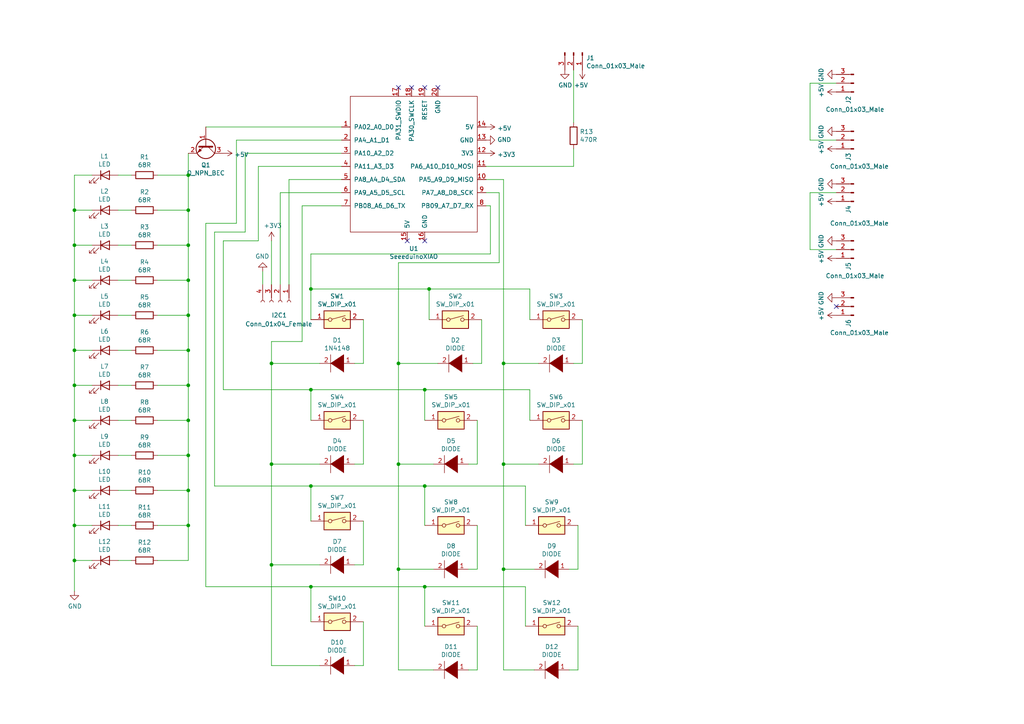
<source format=kicad_sch>
(kicad_sch (version 20211123) (generator eeschema)
  (paper "A4")
  (title_block (title "ANAVI Macro Pad 12") (date "2023-01-29") (rev "1.0") (company "ANAVI Technology Ltd."))
  (lib_symbols
    (symbol "Connector:Conn_01x03_Male" (pin_names (offset 1.016) hide)
      (property "Reference" "J" (at 0 5.08 0))
      (property "Value" "Conn_01x03_Male" (at 0 -5.08 0))
      (symbol "Conn_01x03_Male_1_1"
        (polyline (pts (xy 1.27 -2.54) (xy 0.8636 -2.54)) (stroke (width 0.1524)))
        (polyline (pts (xy 1.27 0) (xy 0.8636 0)) (stroke (width 0.1524)))
        (polyline (pts (xy 1.27 2.54) (xy 0.8636 2.54)) (stroke (width 0.1524)))
        (rectangle (start 0.8636 -2.413) (end 0 -2.667) (stroke (width 0.1524)) (fill (type outline)))
        (rectangle (start 0.8636 0.127) (end 0 -0.127) (stroke (width 0.1524)) (fill (type outline)))
        (rectangle (start 0.8636 2.667) (end 0 2.413) (stroke (width 0.1524)) (fill (type outline)))
        (pin passive line (at 5.08 2.54 180) (length 3.81) (name "Pin_1") (number "1"))
        (pin passive line (at 5.08 0 180) (length 3.81) (name "Pin_2") (number "2"))
        (pin passive line (at 5.08 -2.54 180) (length 3.81) (name "Pin_3") (number "3"))
      )
    )
    (symbol "Connector:Conn_01x04_Female" (pin_names (offset 1.016) hide)
      (property "Reference" "J" (at 0 5.08 0))
      (property "Value" "Conn_01x04_Female" (at 0 -7.62 0))
      (symbol "Conn_01x04_Female_1_1"
        (arc (start 0 -4.572) (mid -0.508 -5.08) (end 0 -5.588) (stroke (width 0.1524)))
        (arc (start 0 -2.032) (mid -0.508 -2.54) (end 0 -3.048) (stroke (width 0.1524)))
        (polyline (pts (xy -1.27 -5.08) (xy -0.508 -5.08)) (stroke (width 0.1524)))
        (polyline (pts (xy -1.27 -2.54) (xy -0.508 -2.54)) (stroke (width 0.1524)))
        (polyline (pts (xy -1.27 0) (xy -0.508 0)) (stroke (width 0.1524)))
        (polyline (pts (xy -1.27 2.54) (xy -0.508 2.54)) (stroke (width 0.1524)))
        (arc (start 0 0.508) (mid -0.508 0) (end 0 -0.508) (stroke (width 0.1524)))
        (arc (start 0 3.048) (mid -0.508 2.54) (end 0 2.032) (stroke (width 0.1524)))
        (pin passive line (at -5.08 2.54 0) (length 3.81) (name "Pin_1") (number "1"))
        (pin passive line (at -5.08 0 0) (length 3.81) (name "Pin_2") (number "2"))
        (pin passive line (at -5.08 -2.54 0) (length 3.81) (name "Pin_3") (number "3"))
        (pin passive line (at -5.08 -5.08 0) (length 3.81) (name "Pin_4") (number "4"))
      )
    )
    (symbol "Device:LED" (pin_numbers hide) (pin_names (offset 1.016) hide)
      (property "Reference" "D" (at 0 2.54 0))
      (property "Value" "LED" (at 0 -2.54 0))
      (symbol "LED_0_1"
        (polyline (pts (xy -1.27 -1.27) (xy -1.27 1.27)) (stroke (width 0.254)))
        (polyline (pts (xy -1.27 0) (xy 1.27 0)))
        (polyline (pts (xy 1.27 -1.27) (xy 1.27 1.27) (xy -1.27 0) (xy 1.27 -1.27)) (stroke (width 0.254)))
        (polyline (pts (xy -3.048 -0.762) (xy -4.572 -2.286) (xy -3.81 -2.286) (xy -4.572 -2.286) (xy -4.572 -1.524)))
        (polyline (pts (xy -1.778 -0.762) (xy -3.302 -2.286) (xy -2.54 -2.286) (xy -3.302 -2.286) (xy -3.302 -1.524)))
      )
      (symbol "LED_1_1"
        (pin passive line (at -3.81 0 0) (length 2.54) (name "K") (number "1"))
        (pin passive line (at 3.81 0 180) (length 2.54) (name "A") (number "2"))
      )
    )
    (symbol "Device:Q_NPN_BEC" (pin_names (offset 0) hide)
      (property "Reference" "Q" (at 5.08 1.27 0))
      (property "Value" "Q_NPN_BEC" (at 5.08 -1.27 0))
      (symbol "Q_NPN_BEC_0_1"
        (polyline (pts (xy 0.635 0.635) (xy 2.54 2.54)))
        (polyline (pts (xy 0.635 -0.635) (xy 2.54 -2.54) (xy 2.54 -2.54)))
        (polyline (pts (xy 0.635 1.905) (xy 0.635 -1.905) (xy 0.635 -1.905)) (stroke (width 0.508)))
        (polyline (pts (xy 1.27 -1.778) (xy 1.778 -1.27) (xy 2.286 -2.286) (xy 1.27 -1.778) (xy 1.27 -1.778)) (fill (type outline)))
        (circle (center 1.27 0) (radius 2.8194) (stroke (width 0.254)))
      )
      (symbol "Q_NPN_BEC_1_1"
        (pin input line (at -5.08 0 0) (length 5.715) (name "B") (number "1"))
        (pin passive line (at 2.54 -5.08 90) (length 2.54) (name "E") (number "2"))
        (pin passive line (at 2.54 5.08 270) (length 2.54) (name "C") (number "3"))
      )
    )
    (symbol "Device:R" (pin_numbers hide) (pin_names (offset 0))
      (property "Reference" "R" (at 2.032 0 90))
      (property "Value" "R" (at 0 0 90))
      (symbol "R_0_1"
        (rectangle (start -1.016 -2.54) (end 1.016 2.54) (stroke (width 0.254)))
      )
      (symbol "R_1_1"
        (pin passive line (at 0 3.81 270) (length 1.27) (name "~") (number "1"))
        (pin passive line (at 0 -3.81 90) (length 1.27) (name "~") (number "2"))
      )
    )
    (symbol "Seeeduino_XIAO:SeeeduinoXIAO" (pin_names (offset 1.016))
      (property "Reference" "U" (at -19.05 22.86 0))
      (property "Value" "SeeeduinoXIAO" (at -12.7 21.59 0))
      (symbol "SeeeduinoXIAO_0_1"
        (rectangle (start -19.05 20.32) (end 17.78 -19.05))
      )
      (symbol "SeeeduinoXIAO_1_1"
        (pin unspecified line (at -21.59 11.43 0) (length 2.54) (name "PA02_A0_D0") (number "1"))
        (pin unspecified line (at 20.32 -3.81 180) (length 2.54) (name "PA5_A9_D9_MISO") (number "10"))
        (pin unspecified line (at 20.32 0 180) (length 2.54) (name "PA6_A10_D10_MOSI") (number "11"))
        (pin unspecified line (at 20.32 3.81 180) (length 2.54) (name "3V3") (number "12"))
        (pin unspecified line (at 20.32 7.62 180) (length 2.54) (name "GND") (number "13"))
        (pin unspecified line (at 20.32 11.43 180) (length 2.54) (name "5V") (number "14"))
        (pin input line (at -2.54 -21.59 90) (length 2.54) (name "5V") (number "15"))
        (pin input line (at 2.54 -21.59 90) (length 2.54) (name "GND") (number "16"))
        (pin input line (at -5.08 22.86 270) (length 2.54) (name "PA31_SWDIO") (number "17"))
        (pin input line (at -1.27 22.86 270) (length 2.54) (name "PA30_SWCLK") (number "18"))
        (pin input line (at 2.54 22.86 270) (length 2.54) (name "RESET") (number "19"))
        (pin unspecified line (at -21.59 7.62 0) (length 2.54) (name "PA4_A1_D1") (number "2"))
        (pin input line (at 6.35 22.86 270) (length 2.54) (name "GND") (number "20"))
        (pin unspecified line (at -21.59 3.81 0) (length 2.54) (name "PA10_A2_D2") (number "3"))
        (pin unspecified line (at -21.59 0 0) (length 2.54) (name "PA11_A3_D3") (number "4"))
        (pin unspecified line (at -21.59 -3.81 0) (length 2.54) (name "PA8_A4_D4_SDA") (number "5"))
        (pin unspecified line (at -21.59 -7.62 0) (length 2.54) (name "PA9_A5_D5_SCL") (number "6"))
        (pin unspecified line (at -21.59 -11.43 0) (length 2.54) (name "PB08_A6_D6_TX") (number "7"))
        (pin unspecified line (at 20.32 -11.43 180) (length 2.54) (name "PB09_A7_D7_RX") (number "8"))
        (pin unspecified line (at 20.32 -7.62 180) (length 2.54) (name "PA7_A8_D8_SCK") (number "9"))
      )
    )
    (symbol "Switch:SW_DIP_x01" (pin_names (offset 0) hide)
      (property "Reference" "SW" (at 0 3.81 0))
      (property "Value" "SW_DIP_x01" (at 0 -3.81 0))
      (symbol "SW_DIP_x01_0_0"
        (circle (center -2.032 0) (radius 0.508))
        (polyline (pts (xy -1.524 0.127) (xy 2.3622 1.1684)))
        (circle (center 2.032 0) (radius 0.508))
      )
      (symbol "SW_DIP_x01_0_1"
        (rectangle (start -3.81 2.54) (end 3.81 -2.54) (stroke (width 0.254)) (fill (type background)))
      )
      (symbol "SW_DIP_x01_1_1"
        (pin passive line (at -7.62 0 0) (length 5.08) (name "~") (number "1"))
        (pin passive line (at 7.62 0 180) (length 5.08) (name "~") (number "2"))
      )
    )
    (symbol "power:+3.3V" (power) (pin_names (offset 0))
      (property "Value" "+3.3V" (at 0 3.556 0))
      (symbol "+3.3V_0_1"
        (polyline (pts (xy -0.762 1.27) (xy 0 2.54)))
        (polyline (pts (xy 0 0) (xy 0 2.54)))
        (polyline (pts (xy 0 2.54) (xy 0.762 1.27)))
      )
      (symbol "+3.3V_1_1"
        (pin power_in line (at 0 0 90) (length 0) hide (name "+3V3") (number "1"))
      )
    )
    (symbol "power:+5V" (power) (pin_names (offset 0))
      (property "Value" "+5V" (at 0 3.556 0))
      (symbol "+5V_0_1"
        (polyline (pts (xy -0.762 1.27) (xy 0 2.54)))
        (polyline (pts (xy 0 0) (xy 0 2.54)))
        (polyline (pts (xy 0 2.54) (xy 0.762 1.27)))
      )
      (symbol "+5V_1_1"
        (pin power_in line (at 0 0 90) (length 0) hide (name "+5V") (number "1"))
      )
    )
    (symbol "power:GND" (power) (pin_names (offset 0))
      (property "Value" "GND" (at 0 -3.81 0))
      (symbol "GND_0_1"
        (polyline (pts (xy 0 0) (xy 0 -1.27) (xy 1.27 -1.27) (xy 0 -2.54) (xy -1.27 -1.27) (xy 0 -1.27)))
      )
      (symbol "GND_1_1"
        (pin power_in line (at 0 0 270) (length 0) hide (name "GND") (number "1"))
      )
    )
    (symbol "pspice:DIODE" (pin_names (offset 1.016) hide)
      (property "Reference" "D" (at 0 3.81 0))
      (property "Value" "DIODE" (at 0 -4.445 0))
      (symbol "DIODE_0_1"
        (polyline (pts (xy 1.905 2.54) (xy 1.905 -2.54)))
        (polyline (pts (xy -1.905 2.54) (xy -1.905 -2.54) (xy 1.905 0)) (fill (type outline)))
      )
      (symbol "DIODE_1_1"
        (pin input line (at -5.08 0 0) (length 3.81) (name "K") (number "1"))
        (pin input line (at 5.08 0 180) (length 3.81) (name "A") (number "2"))
      )
    )
  )
  (junction (at 123.19 140.97))
  (junction (at 123.19 113.03))
  (junction (at 54.61 132.08))
  (junction (at 54.61 111.76))
  (junction (at 54.61 60.96))
  (junction (at 146.05 134.62))
  (junction (at 115.57 165.1))
  (junction (at 21.59 81.28))
  (junction (at 21.59 132.08))
  (junction (at 54.61 152.4))
  (junction (at 54.61 91.44))
  (junction (at 115.57 105.41))
  (junction (at 21.59 121.92))
  (junction (at 124.46 83.82))
  (junction (at 54.61 142.24))
  (junction (at 21.59 111.76))
  (junction (at 21.59 91.44))
  (junction (at 90.17 170.18))
  (junction (at 146.05 105.41))
  (junction (at 78.74 134.62))
  (junction (at 90.17 83.82))
  (junction (at 54.61 50.8))
  (junction (at 21.59 71.12))
  (junction (at 21.59 152.4))
  (junction (at 90.17 140.97))
  (junction (at 54.61 71.12))
  (junction (at 21.59 162.56))
  (junction (at 115.57 134.62))
  (junction (at 21.59 60.96))
  (junction (at 54.61 121.92))
  (junction (at 21.59 101.6))
  (junction (at 90.17 113.03))
  (junction (at 123.19 170.18))
  (junction (at 54.61 101.6))
  (junction (at 146.05 165.1))
  (junction (at 78.74 105.41))
  (junction (at 54.61 81.28))
  (junction (at 21.59 142.24))
  (junction (at 78.74 163.83))
  (no_connect (at 242.57 88.9))
  (no_connect (at 123.19 69.85))
  (no_connect (at 118.11 69.85))
  (no_connect (at 123.19 25.4))
  (no_connect (at 119.38 25.4))
  (no_connect (at 115.57 25.4))
  (no_connect (at 127 25.4))
  (wire (pts (xy 167.64 152.4) (xy 167.64 165.1)))
  (wire (pts (xy 26.67 132.08) (xy 21.59 132.08)))
  (wire (pts (xy 154.94 194.31) (xy 146.05 194.31)))
  (wire (pts (xy 105.41 193.04) (xy 102.87 193.04)))
  (wire (pts (xy 139.7 105.41) (xy 137.16 105.41)))
  (wire (pts (xy 21.59 152.4) (xy 21.59 162.56)))
  (wire (pts (xy 45.72 81.28) (xy 54.61 81.28)))
  (wire (pts (xy 242.57 24.13) (xy 234.95 24.13)))
  (wire (pts (xy 168.91 121.92) (xy 168.91 134.62)))
  (wire (pts (xy 90.17 83.82) (xy 90.17 73.66)))
  (wire (pts (xy 166.37 48.26) (xy 166.37 43.18)))
  (wire (pts (xy 26.67 121.92) (xy 21.59 121.92)))
  (wire (pts (xy 38.1 162.56) (xy 34.29 162.56)))
  (wire (pts (xy 90.17 151.13) (xy 90.17 140.97)))
  (wire (pts (xy 26.67 111.76) (xy 21.59 111.76)))
  (wire (pts (xy 54.61 50.8) (xy 54.61 60.96)))
  (wire (pts (xy 26.67 81.28) (xy 21.59 81.28)))
  (wire (pts (xy 68.58 64.77) (xy 59.69 64.77)))
  (wire (pts (xy 54.61 152.4) (xy 54.61 162.56)))
  (wire (pts (xy 21.59 121.92) (xy 21.59 132.08)))
  (wire (pts (xy 90.17 140.97) (xy 123.19 140.97)))
  (wire (pts (xy 152.4 170.18) (xy 152.4 181.61)))
  (wire (pts (xy 54.61 111.76) (xy 54.61 121.92)))
  (wire (pts (xy 115.57 134.62) (xy 115.57 165.1)))
  (wire (pts (xy 21.59 142.24) (xy 21.59 152.4)))
  (wire (pts (xy 146.05 105.41) (xy 146.05 134.62)))
  (wire (pts (xy 90.17 73.66) (xy 142.24 73.66)))
  (wire (pts (xy 78.74 82.55) (xy 78.74 69.85)))
  (wire (pts (xy 124.46 83.82) (xy 124.46 92.71)))
  (wire (pts (xy 81.28 55.88) (xy 81.28 82.55)))
  (wire (pts (xy 81.28 55.88) (xy 99.06 55.88)))
  (wire (pts (xy 62.23 140.97) (xy 62.23 67.31)))
  (wire (pts (xy 90.17 140.97) (xy 62.23 140.97)))
  (wire (pts (xy 115.57 105.41) (xy 115.57 134.62)))
  (wire (pts (xy 138.43 121.92) (xy 138.43 134.62)))
  (wire (pts (xy 26.67 71.12) (xy 21.59 71.12)))
  (wire (pts (xy 105.41 163.83) (xy 102.87 163.83)))
  (wire (pts (xy 34.29 50.8) (xy 38.1 50.8)))
  (wire (pts (xy 90.17 121.92) (xy 90.17 113.03)))
  (wire (pts (xy 34.29 81.28) (xy 38.1 81.28)))
  (wire (pts (xy 54.61 132.08) (xy 54.61 142.24)))
  (wire (pts (xy 99.06 36.83) (xy 59.69 36.83)))
  (wire (pts (xy 71.12 67.31) (xy 71.12 44.45)))
  (wire (pts (xy 78.74 105.41) (xy 78.74 134.62)))
  (wire (pts (xy 34.29 121.92) (xy 38.1 121.92)))
  (wire (pts (xy 34.29 111.76) (xy 38.1 111.76)))
  (wire (pts (xy 123.19 170.18) (xy 123.19 181.61)))
  (wire (pts (xy 68.58 40.64) (xy 99.06 40.64)))
  (wire (pts (xy 138.43 152.4) (xy 138.43 165.1)))
  (wire (pts (xy 105.41 151.13) (xy 105.41 163.83)))
  (wire (pts (xy 45.72 142.24) (xy 54.61 142.24)))
  (wire (pts (xy 45.72 50.8) (xy 54.61 50.8)))
  (wire (pts (xy 45.72 111.76) (xy 54.61 111.76)))
  (wire (pts (xy 90.17 113.03) (xy 123.19 113.03)))
  (wire (pts (xy 139.7 92.71) (xy 139.7 105.41)))
  (wire (pts (xy 59.69 170.18) (xy 90.17 170.18)))
  (wire (pts (xy 105.41 180.34) (xy 105.41 193.04)))
  (wire (pts (xy 34.29 142.24) (xy 38.1 142.24)))
  (wire (pts (xy 146.05 52.07) (xy 146.05 105.41)))
  (wire (pts (xy 154.94 165.1) (xy 146.05 165.1)))
  (wire (pts (xy 78.74 99.06) (xy 87.63 99.06)))
  (wire (pts (xy 34.29 60.96) (xy 38.1 60.96)))
  (wire (pts (xy 26.67 142.24) (xy 21.59 142.24)))
  (wire (pts (xy 123.19 140.97) (xy 152.4 140.97)))
  (wire (pts (xy 92.71 105.41) (xy 78.74 105.41)))
  (wire (pts (xy 54.61 44.45) (xy 54.61 50.8)))
  (wire (pts (xy 21.59 101.6) (xy 21.59 111.76)))
  (wire (pts (xy 26.67 101.6) (xy 21.59 101.6)))
  (wire (pts (xy 234.95 55.88) (xy 234.95 72.39)))
  (wire (pts (xy 62.23 67.31) (xy 71.12 67.31)))
  (wire (pts (xy 92.71 134.62) (xy 78.74 134.62)))
  (wire (pts (xy 54.61 142.24) (xy 54.61 152.4)))
  (wire (pts (xy 59.69 64.77) (xy 59.69 170.18)))
  (wire (pts (xy 34.29 91.44) (xy 38.1 91.44)))
  (wire (pts (xy 78.74 134.62) (xy 78.74 163.83)))
  (wire (pts (xy 54.61 71.12) (xy 54.61 81.28)))
  (wire (pts (xy 146.05 194.31) (xy 146.05 165.1)))
  (wire (pts (xy 105.41 105.41) (xy 102.87 105.41)))
  (wire (pts (xy 54.61 91.44) (xy 54.61 101.6)))
  (wire (pts (xy 142.24 59.69) (xy 140.97 59.69)))
  (wire (pts (xy 45.72 152.4) (xy 54.61 152.4)))
  (wire (pts (xy 144.78 55.88) (xy 140.97 55.88)))
  (wire (pts (xy 21.59 162.56) (xy 21.59 171.45)))
  (wire (pts (xy 168.91 134.62) (xy 166.37 134.62)))
  (wire (pts (xy 167.64 194.31) (xy 165.1 194.31)))
  (wire (pts (xy 123.19 170.18) (xy 152.4 170.18)))
  (wire (pts (xy 26.67 152.4) (xy 21.59 152.4)))
  (wire (pts (xy 26.67 162.56) (xy 21.59 162.56)))
  (wire (pts (xy 105.41 121.92) (xy 105.41 134.62)))
  (wire (pts (xy 92.71 193.04) (xy 78.74 193.04)))
  (wire (pts (xy 78.74 105.41) (xy 78.74 99.06)))
  (wire (pts (xy 54.61 121.92) (xy 54.61 132.08)))
  (wire (pts (xy 54.61 60.96) (xy 54.61 71.12)))
  (wire (pts (xy 90.17 83.82) (xy 124.46 83.82)))
  (wire (pts (xy 54.61 101.6) (xy 54.61 111.76)))
  (wire (pts (xy 167.64 165.1) (xy 165.1 165.1)))
  (wire (pts (xy 83.82 52.07) (xy 99.06 52.07)))
  (wire (pts (xy 140.97 48.26) (xy 166.37 48.26)))
  (wire (pts (xy 78.74 193.04) (xy 78.74 163.83)))
  (wire (pts (xy 38.1 71.12) (xy 34.29 71.12)))
  (wire (pts (xy 124.46 83.82) (xy 153.67 83.82)))
  (wire (pts (xy 64.77 113.03) (xy 90.17 113.03)))
  (wire (pts (xy 138.43 194.31) (xy 135.89 194.31)))
  (wire (pts (xy 142.24 73.66) (xy 142.24 59.69)))
  (wire (pts (xy 152.4 140.97) (xy 152.4 152.4)))
  (wire (pts (xy 45.72 101.6) (xy 54.61 101.6)))
  (wire (pts (xy 123.19 121.92) (xy 123.19 113.03)))
  (wire (pts (xy 127 105.41) (xy 115.57 105.41)))
  (wire (pts (xy 45.72 121.92) (xy 54.61 121.92)))
  (wire (pts (xy 87.63 59.69) (xy 87.63 99.06)))
  (wire (pts (xy 167.64 181.61) (xy 167.64 194.31)))
  (wire (pts (xy 166.37 20.32) (xy 166.37 35.56)))
  (wire (pts (xy 21.59 111.76) (xy 21.59 121.92)))
  (wire (pts (xy 105.41 134.62) (xy 102.87 134.62)))
  (wire (pts (xy 125.73 134.62) (xy 115.57 134.62)))
  (wire (pts (xy 168.91 92.71) (xy 168.91 105.41)))
  (wire (pts (xy 74.93 69.85) (xy 64.77 69.85)))
  (wire (pts (xy 115.57 76.2) (xy 115.57 105.41)))
  (wire (pts (xy 21.59 81.28) (xy 21.59 91.44)))
  (wire (pts (xy 153.67 83.82) (xy 153.67 92.71)))
  (wire (pts (xy 74.93 48.26) (xy 99.06 48.26)))
  (wire (pts (xy 21.59 60.96) (xy 21.59 71.12)))
  (wire (pts (xy 54.61 162.56) (xy 45.72 162.56)))
  (wire (pts (xy 71.12 44.45) (xy 99.06 44.45)))
  (wire (pts (xy 138.43 181.61) (xy 138.43 194.31)))
  (wire (pts (xy 156.21 105.41) (xy 146.05 105.41)))
  (wire (pts (xy 90.17 83.82) (xy 90.17 92.71)))
  (wire (pts (xy 138.43 165.1) (xy 135.89 165.1)))
  (wire (pts (xy 21.59 50.8) (xy 21.59 60.96)))
  (wire (pts (xy 146.05 134.62) (xy 146.05 165.1)))
  (wire (pts (xy 242.57 55.88) (xy 234.95 55.88)))
  (wire (pts (xy 68.58 40.64) (xy 68.58 64.77)))
  (wire (pts (xy 123.19 113.03) (xy 153.67 113.03)))
  (wire (pts (xy 78.74 163.83) (xy 92.71 163.83)))
  (wire (pts (xy 156.21 134.62) (xy 146.05 134.62)))
  (wire (pts (xy 64.77 69.85) (xy 64.77 113.03)))
  (wire (pts (xy 234.95 40.64) (xy 242.57 40.64)))
  (wire (pts (xy 140.97 52.07) (xy 146.05 52.07)))
  (wire (pts (xy 34.29 152.4) (xy 38.1 152.4)))
  (wire (pts (xy 38.1 132.08) (xy 34.29 132.08)))
  (wire (pts (xy 83.82 52.07) (xy 83.82 82.55)))
  (wire (pts (xy 105.41 92.71) (xy 105.41 105.41)))
  (wire (pts (xy 115.57 76.2) (xy 144.78 76.2)))
  (wire (pts (xy 34.29 101.6) (xy 38.1 101.6)))
  (wire (pts (xy 234.95 72.39) (xy 242.57 72.39)))
  (wire (pts (xy 21.59 91.44) (xy 21.59 101.6)))
  (wire (pts (xy 153.67 113.03) (xy 153.67 121.92)))
  (wire (pts (xy 45.72 91.44) (xy 54.61 91.44)))
  (wire (pts (xy 54.61 81.28) (xy 54.61 91.44)))
  (wire (pts (xy 45.72 71.12) (xy 54.61 71.12)))
  (wire (pts (xy 125.73 194.31) (xy 115.57 194.31)))
  (wire (pts (xy 54.61 132.08) (xy 45.72 132.08)))
  (wire (pts (xy 115.57 165.1) (xy 125.73 165.1)))
  (wire (pts (xy 74.93 48.26) (xy 74.93 69.85)))
  (wire (pts (xy 234.95 24.13) (xy 234.95 40.64)))
  (wire (pts (xy 90.17 170.18) (xy 123.19 170.18)))
  (wire (pts (xy 45.72 60.96) (xy 54.61 60.96)))
  (wire (pts (xy 21.59 132.08) (xy 21.59 142.24)))
  (wire (pts (xy 26.67 50.8) (xy 21.59 50.8)))
  (wire (pts (xy 26.67 91.44) (xy 21.59 91.44)))
  (wire (pts (xy 99.06 59.69) (xy 87.63 59.69)))
  (wire (pts (xy 168.91 105.41) (xy 166.37 105.41)))
  (wire (pts (xy 138.43 134.62) (xy 135.89 134.62)))
  (wire (pts (xy 26.67 60.96) (xy 21.59 60.96)))
  (wire (pts (xy 21.59 71.12) (xy 21.59 81.28)))
  (wire (pts (xy 90.17 170.18) (xy 90.17 180.34)))
  (wire (pts (xy 76.2 82.55) (xy 76.2 78.74)))
  (wire (pts (xy 123.19 152.4) (xy 123.19 140.97)))
  (wire (pts (xy 144.78 55.88) (xy 144.78 76.2)))
  (wire (pts (xy 115.57 194.31) (xy 115.57 165.1)))
  (symbol (lib_id "Seeeduino_XIAO:SeeeduinoXIAO") (at 120.65 48.26 0) (unit 1)
    (property "Reference" "U1" (at 120.015 72.1106 0))
    (property "Value" "SeeeduinoXIAO" (at 120.015 74.422 0))
    (property "Footprint" "xiao:Seeeduino XIAO-MOUDLE14P-2.54-21X17.8MM" (effects hide))
  )
  (symbol (lib_id "power:GND") (at 140.97 40.64 90) (unit 1)
    (property "Reference" "#PWR0103" (effects hide))
    (property "Value" "GND" (at 144.2212 40.513 90) (effects (justify right)))
  )
  (symbol (lib_id "power:+3.3V") (at 140.97 44.45 270) (unit 1)
    (property "Reference" "#PWR0104" (effects hide))
    (property "Value" "+3.3V" (at 144.2212 44.831 90) (effects (justify left)))
  )
  (symbol (lib_id "Switch:SW_DIP_x01") (at 97.79 92.71 0) (unit 1)
    (property "Reference" "SW1" (at 97.79 85.9282 0))
    (property "Value" "SW_DIP_x01" (at 97.79 88.2396 0))
    (property "Footprint" "keyswitches:Kailh_socket_MX" (effects hide))
  )
  (symbol (lib_id "Switch:SW_DIP_x01") (at 132.08 92.71 0) (unit 1)
    (property "Reference" "SW2" (at 132.08 85.9282 0))
    (property "Value" "SW_DIP_x01" (at 132.08 88.2396 0))
    (property "Footprint" "keyswitches:Kailh_socket_MX" (effects hide))
  )
  (symbol (lib_id "Switch:SW_DIP_x01") (at 161.29 92.71 0) (unit 1)
    (property "Reference" "SW3" (at 161.29 85.9282 0))
    (property "Value" "SW_DIP_x01" (at 161.29 88.2396 0))
    (property "Footprint" "keyswitches:Kailh_socket_MX" (effects hide))
  )
  (symbol (lib_id "pspice:DIODE") (at 97.79 105.41 180) (unit 1)
    (property "Reference" "D1" (at 97.79 98.679 0))
    (property "Value" "1N4148" (at 97.79 100.9904 0))
    (property "Footprint" "Diode_SMD:D_SOD-123" (effects hide))
  )
  (symbol (lib_id "pspice:DIODE") (at 132.08 105.41 180) (unit 1)
    (property "Reference" "D2" (at 132.08 98.679 0))
    (property "Value" "DIODE" (at 132.08 100.9904 0))
    (property "Footprint" "Diode_SMD:D_SOD-123" (effects hide))
  )
  (symbol (lib_id "pspice:DIODE") (at 161.29 105.41 180) (unit 1)
    (property "Reference" "D3" (at 161.29 98.679 0))
    (property "Value" "DIODE" (at 161.29 100.9904 0))
    (property "Footprint" "Diode_SMD:D_SOD-123" (effects hide))
  )
  (symbol (lib_id "Switch:SW_DIP_x01") (at 97.79 121.92 0) (unit 1)
    (property "Reference" "SW4" (at 97.79 115.1382 0))
    (property "Value" "SW_DIP_x01" (at 97.79 117.4496 0))
    (property "Footprint" "keyswitches:Kailh_socket_MX" (effects hide))
  )
  (symbol (lib_id "pspice:DIODE") (at 97.79 134.62 180) (unit 1)
    (property "Reference" "D4" (at 97.79 127.889 0))
    (property "Value" "DIODE" (at 97.79 130.2004 0))
    (property "Footprint" "Diode_SMD:D_SOD-123" (effects hide))
  )
  (symbol (lib_id "Switch:SW_DIP_x01") (at 97.79 151.13 0) (unit 1)
    (property "Reference" "SW7" (at 97.79 144.3482 0))
    (property "Value" "SW_DIP_x01" (at 97.79 146.6596 0))
    (property "Footprint" "keyswitches:Kailh_socket_MX" (effects hide))
  )
  (symbol (lib_id "pspice:DIODE") (at 97.79 163.83 180) (unit 1)
    (property "Reference" "D7" (at 97.79 157.099 0))
    (property "Value" "DIODE" (at 97.79 159.4104 0))
    (property "Footprint" "Diode_SMD:D_SOD-123" (effects hide))
  )
  (symbol (lib_id "Switch:SW_DIP_x01") (at 130.81 121.92 0) (unit 1)
    (property "Reference" "SW5" (at 130.81 115.1382 0))
    (property "Value" "SW_DIP_x01" (at 130.81 117.4496 0))
    (property "Footprint" "keyswitches:Kailh_socket_MX" (effects hide))
  )
  (symbol (lib_id "pspice:DIODE") (at 130.81 134.62 180) (unit 1)
    (property "Reference" "D5" (at 130.81 127.889 0))
    (property "Value" "DIODE" (at 130.81 130.2004 0))
    (property "Footprint" "Diode_SMD:D_SOD-123" (effects hide))
  )
  (symbol (lib_id "Switch:SW_DIP_x01") (at 130.81 152.4 0) (unit 1)
    (property "Reference" "SW8" (at 130.81 145.6182 0))
    (property "Value" "SW_DIP_x01" (at 130.81 147.9296 0))
    (property "Footprint" "keyswitches:Kailh_socket_MX" (effects hide))
  )
  (symbol (lib_id "pspice:DIODE") (at 130.81 165.1 180) (unit 1)
    (property "Reference" "D8" (at 130.81 158.369 0))
    (property "Value" "DIODE" (at 130.81 160.6804 0))
    (property "Footprint" "Diode_SMD:D_SOD-123" (effects hide))
  )
  (symbol (lib_id "Switch:SW_DIP_x01") (at 160.02 152.4 0) (unit 1)
    (property "Reference" "SW9" (at 160.02 145.6182 0))
    (property "Value" "SW_DIP_x01" (at 160.02 147.9296 0))
    (property "Footprint" "keyswitches:Kailh_socket_MX" (effects hide))
  )
  (symbol (lib_id "pspice:DIODE") (at 160.02 165.1 180) (unit 1)
    (property "Reference" "D9" (at 160.02 158.369 0))
    (property "Value" "DIODE" (at 160.02 160.6804 0))
    (property "Footprint" "Diode_SMD:D_SOD-123" (effects hide))
  )
  (symbol (lib_id "Switch:SW_DIP_x01") (at 161.29 121.92 0) (unit 1)
    (property "Reference" "SW6" (at 161.29 115.1382 0))
    (property "Value" "SW_DIP_x01" (at 161.29 117.4496 0))
    (property "Footprint" "keyswitches:Kailh_socket_MX" (effects hide))
  )
  (symbol (lib_id "pspice:DIODE") (at 161.29 134.62 180) (unit 1)
    (property "Reference" "D6" (at 161.29 127.889 0))
    (property "Value" "DIODE" (at 161.29 130.2004 0))
    (property "Footprint" "Diode_SMD:D_SOD-123" (effects hide))
  )
  (symbol (lib_id "Connector:Conn_01x03_Male") (at 166.37 15.24 270) (unit 1)
    (property "Reference" "J1" (at 170.0276 16.8148 90) (effects (justify left)))
    (property "Value" "Conn_01x03_Male" (at 170.0276 19.1262 90) (effects (justify left)))
    (property "Footprint" "led:LedConnector_1x03_P2.54mm" (effects hide))
  )
  (symbol (lib_id "Connector:Conn_01x03_Male") (at 247.65 40.64 180) (unit 1)
    (property "Reference" "J3" (at 246.0752 44.2976 90) (effects (justify left)))
    (property "Value" "Conn_01x03_Male" (at 257.81 48.26 0) (effects (justify left)))
    (property "Footprint" "led:LedConnector_1x03_P2.54mm" (effects hide))
  )
  (symbol (lib_id "Device:Q_NPN_BEC") (at 59.69 41.91 270) (unit 1)
    (property "Reference" "Q1" (at 59.69 47.879 90))
    (property "Value" "Q_NPN_BEC" (at 59.69 50.1904 90))
    (property "Footprint" "TO_SOT_Packages_SMD:SOT-23" (effects hide))
  )
  (symbol (lib_id "power:+5V") (at 140.97 36.83 270) (unit 1)
    (property "Reference" "#PWR0101" (effects hide))
    (property "Value" "+5V" (at 144.2212 37.211 90) (effects (justify left)))
  )
  (symbol (lib_id "power:+5V") (at 64.77 44.45 270) (unit 1)
    (property "Reference" "#PWR0102" (effects hide))
    (property "Value" "+5V" (at 68.0212 44.831 90) (effects (justify left)))
  )
  (symbol (lib_id "power:GND") (at 242.57 38.1 270) (unit 1)
    (property "Reference" "#PWR0112" (effects hide))
    (property "Value" "GND" (at 238.1758 38.227 0))
  )
  (symbol (lib_id "power:+5V") (at 242.57 43.18 90) (unit 1)
    (property "Reference" "#PWR0113" (effects hide))
    (property "Value" "+5V" (at 238.1758 42.799 0))
  )
  (symbol (lib_id "Device:R") (at 41.91 50.8 270) (unit 1)
    (property "Reference" "R1" (at 41.91 45.5422 90))
    (property "Value" "68R" (at 41.91 47.8536 90))
    (property "Footprint" "Resistor_SMD:R_0603_1608Metric_Pad0.98x0.95mm_HandSolder" (effects hide))
  )
  (symbol (lib_id "Device:LED") (at 30.48 50.8 0) (unit 1)
    (property "Reference" "L1" (at 30.3022 45.3136 0))
    (property "Value" "LED" (at 30.3022 47.625 0))
    (property "Footprint" "LED_SMD:LED_1206_3216Metric" (effects hide))
  )
  (symbol (lib_id "Device:R") (at 41.91 60.96 270) (unit 1)
    (property "Reference" "R2" (at 41.91 55.7022 90))
    (property "Value" "68R" (at 41.91 58.0136 90))
    (property "Footprint" "Resistor_SMD:R_0603_1608Metric_Pad0.98x0.95mm_HandSolder" (effects hide))
  )
  (symbol (lib_id "Device:LED") (at 30.48 60.96 0) (unit 1)
    (property "Reference" "L2" (at 30.3022 55.4736 0))
    (property "Value" "LED" (at 30.3022 57.785 0))
    (property "Footprint" "LED_SMD:LED_1206_3216Metric" (effects hide))
  )
  (symbol (lib_id "Device:R") (at 41.91 71.12 270) (unit 1)
    (property "Reference" "R3" (at 41.91 65.8622 90))
    (property "Value" "68R" (at 41.91 68.1736 90))
    (property "Footprint" "Resistor_SMD:R_0603_1608Metric_Pad0.98x0.95mm_HandSolder" (effects hide))
  )
  (symbol (lib_id "Device:LED") (at 30.48 71.12 0) (unit 1)
    (property "Reference" "L3" (at 30.3022 65.6336 0))
    (property "Value" "LED" (at 30.3022 67.945 0))
    (property "Footprint" "LED_SMD:LED_1206_3216Metric" (effects hide))
  )
  (symbol (lib_id "Connector:Conn_01x03_Male") (at 247.65 55.88 180) (unit 1)
    (property "Reference" "J4" (at 246.0752 59.5376 90) (effects (justify left)))
    (property "Value" "Conn_01x03_Male" (at 257.81 64.77 0) (effects (justify left)))
    (property "Footprint" "led:LedConnector_1x03_P2.54mm" (effects hide))
  )
  (symbol (lib_id "power:GND") (at 242.57 53.34 270) (unit 1)
    (property "Reference" "#PWR0114" (effects hide))
    (property "Value" "GND" (at 238.1758 53.467 0))
  )
  (symbol (lib_id "power:+5V") (at 242.57 58.42 90) (unit 1)
    (property "Reference" "#PWR0115" (effects hide))
    (property "Value" "+5V" (at 238.1758 58.039 0))
  )
  (symbol (lib_id "Device:R") (at 41.91 81.28 270) (unit 1)
    (property "Reference" "R4" (at 41.91 76.0222 90))
    (property "Value" "68R" (at 41.91 78.3336 90))
    (property "Footprint" "Resistor_SMD:R_0603_1608Metric_Pad0.98x0.95mm_HandSolder" (effects hide))
  )
  (symbol (lib_id "Device:LED") (at 30.48 81.28 0) (unit 1)
    (property "Reference" "L4" (at 30.3022 75.7936 0))
    (property "Value" "LED" (at 30.3022 78.105 0))
    (property "Footprint" "LED_SMD:LED_1206_3216Metric" (effects hide))
  )
  (symbol (lib_id "Device:R") (at 41.91 91.44 270) (unit 1)
    (property "Reference" "R5" (at 41.91 86.1822 90))
    (property "Value" "68R" (at 41.91 88.4936 90))
    (property "Footprint" "Resistor_SMD:R_0603_1608Metric_Pad0.98x0.95mm_HandSolder" (effects hide))
  )
  (symbol (lib_id "Device:LED") (at 30.48 91.44 0) (unit 1)
    (property "Reference" "L5" (at 30.3022 85.9536 0))
    (property "Value" "LED" (at 30.3022 88.265 0))
    (property "Footprint" "LED_SMD:LED_1206_3216Metric" (effects hide))
  )
  (symbol (lib_id "Device:R") (at 41.91 101.6 270) (unit 1)
    (property "Reference" "R6" (at 41.91 96.3422 90))
    (property "Value" "68R" (at 41.91 98.6536 90))
    (property "Footprint" "Resistor_SMD:R_0603_1608Metric_Pad0.98x0.95mm_HandSolder" (effects hide))
  )
  (symbol (lib_id "Device:LED") (at 30.48 101.6 0) (unit 1)
    (property "Reference" "L6" (at 30.3022 96.1136 0))
    (property "Value" "LED" (at 30.3022 98.425 0))
    (property "Footprint" "LED_SMD:LED_1206_3216Metric" (effects hide))
  )
  (symbol (lib_id "Device:R") (at 41.91 111.76 270) (unit 1)
    (property "Reference" "R7" (at 41.91 106.5022 90))
    (property "Value" "68R" (at 41.91 108.8136 90))
    (property "Footprint" "Resistor_SMD:R_0603_1608Metric_Pad0.98x0.95mm_HandSolder" (effects hide))
  )
  (symbol (lib_id "Device:LED") (at 30.48 111.76 0) (unit 1)
    (property "Reference" "L7" (at 30.3022 106.2736 0))
    (property "Value" "LED" (at 30.3022 108.585 0))
    (property "Footprint" "LED_SMD:LED_1206_3216Metric" (effects hide))
  )
  (symbol (lib_id "Device:R") (at 41.91 121.92 270) (unit 1)
    (property "Reference" "R8" (at 41.91 116.6622 90))
    (property "Value" "68R" (at 41.91 118.9736 90))
    (property "Footprint" "Resistor_SMD:R_0603_1608Metric_Pad0.98x0.95mm_HandSolder" (effects hide))
  )
  (symbol (lib_id "Device:LED") (at 30.48 121.92 0) (unit 1)
    (property "Reference" "L8" (at 30.3022 116.4336 0))
    (property "Value" "LED" (at 30.3022 118.745 0))
    (property "Footprint" "LED_SMD:LED_1206_3216Metric" (effects hide))
  )
  (symbol (lib_id "Device:R") (at 41.91 132.08 270) (unit 1)
    (property "Reference" "R9" (at 41.91 126.8222 90))
    (property "Value" "68R" (at 41.91 129.1336 90))
    (property "Footprint" "Resistor_SMD:R_0603_1608Metric_Pad0.98x0.95mm_HandSolder" (effects hide))
  )
  (symbol (lib_id "Device:LED") (at 30.48 132.08 0) (unit 1)
    (property "Reference" "L9" (at 30.3022 126.5936 0))
    (property "Value" "LED" (at 30.3022 128.905 0))
    (property "Footprint" "LED_SMD:LED_1206_3216Metric" (effects hide))
  )
  (symbol (lib_id "power:GND") (at 21.59 171.45 0) (unit 1)
    (property "Reference" "#PWR0106" (effects hide))
    (property "Value" "GND" (at 21.717 175.8442 0))
  )
  (symbol (lib_id "power:GND") (at 163.83 20.32 0) (unit 1)
    (property "Reference" "#PWR0107" (effects hide))
    (property "Value" "GND" (at 163.957 24.7142 0))
  )
  (symbol (lib_id "power:+5V") (at 168.91 20.32 180) (unit 1)
    (property "Reference" "#PWR0109" (effects hide))
    (property "Value" "+5V" (at 168.529 24.7142 0))
  )
  (symbol (lib_id "Device:R") (at 166.37 39.37 0) (unit 1)
    (property "Reference" "R13" (at 168.148 38.2016 0) (effects (justify left)))
    (property "Value" "470R" (at 168.148 40.513 0) (effects (justify left)))
    (property "Footprint" "Resistors_SMD:R_0603_HandSoldering" (effects hide))
  )
  (symbol (lib_id "Connector:Conn_01x03_Male") (at 247.65 24.13 180) (unit 1)
    (property "Reference" "J2" (at 246.0752 27.7876 90) (effects (justify left)))
    (property "Value" "Conn_01x03_Male" (at 256.54 31.75 0) (effects (justify left)))
    (property "Footprint" "led:LedConnector_1x03_P2.54mm" (effects hide))
  )
  (symbol (lib_id "power:GND") (at 242.57 21.59 270) (unit 1)
    (property "Reference" "#PWR0110" (effects hide))
    (property "Value" "GND" (at 238.1758 21.717 0))
  )
  (symbol (lib_id "power:+5V") (at 242.57 26.67 90) (unit 1)
    (property "Reference" "#PWR0111" (effects hide))
    (property "Value" "+5V" (at 238.1758 26.289 0))
  )
  (symbol (lib_id "Switch:SW_DIP_x01") (at 130.81 181.61 0) (unit 1)
    (property "Reference" "SW11" (at 130.81 174.8282 0))
    (property "Value" "SW_DIP_x01" (at 130.81 177.1396 0))
    (property "Footprint" "keyswitches:Kailh_socket_MX" (effects hide))
  )
  (symbol (lib_id "Connector:Conn_01x04_Female") (at 81.28 87.63 270) (unit 1)
    (property "Reference" "I2C1" (at 78.74 91.44 90) (effects (justify left)))
    (property "Value" "Conn_01x04_Female" (at 71.12 93.98 90) (effects (justify left)))
    (property "Footprint" "Connector_PinHeader_2.54mm:PinHeader_1x04_P2.54mm_Vertical" (effects hide))
  )
  (symbol (lib_id "power:GND") (at 76.2 78.74 180) (unit 1)
    (property "Reference" "#PWR0105" (effects hide))
    (property "Value" "GND" (at 76.073 74.3458 0))
  )
  (symbol (lib_id "Switch:SW_DIP_x01") (at 160.02 181.61 0) (unit 1)
    (property "Reference" "SW12" (at 160.02 174.8282 0))
    (property "Value" "SW_DIP_x01" (at 160.02 177.1396 0))
    (property "Footprint" "keyswitches:Kailh_socket_MX" (effects hide))
  )
  (symbol (lib_id "Device:LED") (at 30.48 162.56 0) (unit 1)
    (property "Reference" "L12" (at 30.3022 157.0736 0))
    (property "Value" "LED" (at 30.3022 159.385 0))
    (property "Footprint" "LED_SMD:LED_1206_3216Metric" (effects hide))
  )
  (symbol (lib_id "power:+5V") (at 242.57 91.44 90) (unit 1)
    (property "Reference" "#PWR0116" (effects hide))
    (property "Value" "+5V" (at 238.1758 91.059 0))
  )
  (symbol (lib_id "power:GND") (at 242.57 69.85 270) (unit 1)
    (property "Reference" "#PWR0117" (effects hide))
    (property "Value" "GND" (at 238.1758 69.977 0))
  )
  (symbol (lib_id "Device:R") (at 41.91 152.4 270) (unit 1)
    (property "Reference" "R11" (at 41.91 147.1422 90))
    (property "Value" "68R" (at 41.91 149.4536 90))
    (property "Footprint" "Resistor_SMD:R_0603_1608Metric_Pad0.98x0.95mm_HandSolder" (effects hide))
  )
  (symbol (lib_id "power:+5V") (at 242.57 74.93 90) (unit 1)
    (property "Reference" "#PWR0119" (effects hide))
    (property "Value" "+5V" (at 238.1758 74.549 0))
  )
  (symbol (lib_id "pspice:DIODE") (at 97.79 193.04 180) (unit 1)
    (property "Reference" "D10" (at 97.79 186.309 0))
    (property "Value" "DIODE" (at 97.79 188.6204 0))
    (property "Footprint" "Diode_SMD:D_SOD-123" (effects hide))
  )
  (symbol (lib_id "Device:LED") (at 30.48 152.4 0) (unit 1)
    (property "Reference" "L11" (at 30.3022 146.9136 0))
    (property "Value" "LED" (at 30.3022 149.225 0))
    (property "Footprint" "LED_SMD:LED_1206_3216Metric" (effects hide))
  )
  (symbol (lib_id "pspice:DIODE") (at 160.02 194.31 180) (unit 1)
    (property "Reference" "D12" (at 160.02 187.579 0))
    (property "Value" "DIODE" (at 160.02 189.8904 0))
    (property "Footprint" "Diode_SMD:D_SOD-123" (effects hide))
  )
  (symbol (lib_id "power:GND") (at 242.57 86.36 270) (unit 1)
    (property "Reference" "#PWR0118" (effects hide))
    (property "Value" "GND" (at 238.1758 86.487 0))
  )
  (symbol (lib_id "Device:R") (at 41.91 162.56 270) (unit 1)
    (property "Reference" "R12" (at 41.91 157.3022 90))
    (property "Value" "68R" (at 41.91 159.6136 90))
    (property "Footprint" "Resistor_SMD:R_0603_1608Metric_Pad0.98x0.95mm_HandSolder" (effects hide))
  )
  (symbol (lib_id "pspice:DIODE") (at 130.81 194.31 180) (unit 1)
    (property "Reference" "D11" (at 130.81 187.579 0))
    (property "Value" "DIODE" (at 130.81 189.8904 0))
    (property "Footprint" "Diode_SMD:D_SOD-123" (effects hide))
  )
  (symbol (lib_id "Device:R") (at 41.91 142.24 270) (unit 1)
    (property "Reference" "R10" (at 41.91 136.9822 90))
    (property "Value" "68R" (at 41.91 139.2936 90))
    (property "Footprint" "Resistor_SMD:R_0603_1608Metric_Pad0.98x0.95mm_HandSolder" (effects hide))
  )
  (symbol (lib_id "power:+3.3V") (at 78.74 69.85 0) (unit 1)
    (property "Reference" "#PWR0108" (effects hide))
    (property "Value" "+3.3V" (at 79.121 65.4558 0))
  )
  (symbol (lib_id "Connector:Conn_01x03_Male") (at 247.65 88.9 180) (unit 1)
    (property "Reference" "J6" (at 246.0752 92.5576 90) (effects (justify left)))
    (property "Value" "Conn_01x03_Male" (at 257.81 96.52 0) (effects (justify left)))
    (property "Footprint" "led:LedConnector_1x03_P2.54mm" (effects hide))
  )
  (symbol (lib_id "Device:LED") (at 30.48 142.24 0) (unit 1)
    (property "Reference" "L10" (at 30.3022 136.7536 0))
    (property "Value" "LED" (at 30.3022 139.065 0))
    (property "Footprint" "LED_SMD:LED_1206_3216Metric" (effects hide))
  )
  (symbol (lib_id "Switch:SW_DIP_x01") (at 97.79 180.34 0) (unit 1)
    (property "Reference" "SW10" (at 97.79 173.5582 0))
    (property "Value" "SW_DIP_x01" (at 97.79 175.8696 0))
    (property "Footprint" "keyswitches:Kailh_socket_MX" (effects hide))
  )
  (symbol (lib_id "Connector:Conn_01x03_Male") (at 247.65 72.39 180) (unit 1)
    (property "Reference" "J5" (at 246.0752 76.0476 90) (effects (justify left)))
    (property "Value" "Conn_01x03_Male" (at 256.54 80.01 0) (effects (justify left)))
    (property "Footprint" "led:LedConnector_1x03_P2.54mm" (effects hide))
  )
)
</source>
